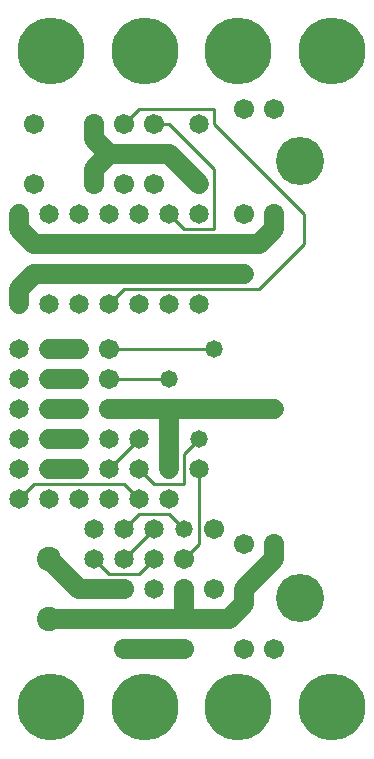
<source format=gbl>
%MOIN*%
%FSLAX25Y25*%
G04 D10 used for Character Trace; *
G04     Circle (OD=.01000) (No hole)*
G04 D11 used for Power Trace; *
G04     Circle (OD=.06700) (No hole)*
G04 D12 used for Signal Trace; *
G04     Circle (OD=.01100) (No hole)*
G04 D13 used for Via; *
G04     Circle (OD=.05800) (Round. Hole ID=.02800)*
G04 D14 used for Component hole; *
G04     Circle (OD=.06500) (Round. Hole ID=.03500)*
G04 D15 used for Component hole; *
G04     Circle (OD=.06700) (Round. Hole ID=.04300)*
G04 D16 used for Component hole; *
G04     Circle (OD=.08100) (Round. Hole ID=.05100)*
G04 D17 used for Component hole; *
G04     Circle (OD=.08900) (Round. Hole ID=.05900)*
G04 D18 used for Component hole; *
G04     Circle (OD=.11300) (Round. Hole ID=.08300)*
G04 D19 used for Component hole; *
G04     Circle (OD=.16000) (Round. Hole ID=.13000)*
G04 D20 used for Component hole; *
G04     Circle (OD=.18300) (Round. Hole ID=.15300)*
G04 D21 used for Component hole; *
G04     Circle (OD=.22291) (Round. Hole ID=.19291)*
%ADD10C,.01000*%
%ADD11C,.06700*%
%ADD12C,.01100*%
%ADD13C,.05800*%
%ADD14C,.06500*%
%ADD15C,.06700*%
%ADD16C,.08100*%
%ADD17C,.08900*%
%ADD18C,.11300*%
%ADD19C,.16000*%
%ADD20C,.18300*%
%ADD21C,.22291*%
%IPPOS*%
%LPD*%
G90*X0Y0D02*D21*X15625Y15625D03*D15*              
X40000Y35000D03*D11*X60000D01*D15*D03*            
X50000Y45000D03*D11*X30000D01*D14*D03*D11*        
X15000D01*D16*D03*D11*X25000Y55000D02*X30000D01*  
D14*D03*D11*X40000D01*D15*D03*D12*X35000Y60000D02*
X45000D01*X35000D02*X30000Y65000D01*D14*D03*      
X40000Y75000D03*D12*X45000Y80000D01*X55000D01*    
X60000Y75000D01*D13*D03*D12*Y65000D02*            
X65000Y70000D01*D15*X60000Y65000D03*D12*          
X65000Y70000D02*Y95000D01*D14*D03*D12*            
X60000Y90000D02*Y100000D01*X50000Y90000D02*       
X60000D01*X50000D02*X45000Y95000D01*D14*D03*D12*  
Y85000D02*X40000Y90000D01*D14*X45000Y85000D03*D12*
X10000Y90000D02*X40000D01*X5000Y85000D02*         
X10000Y90000D01*D14*X5000Y85000D03*               
X15000Y95000D03*D11*X25000D01*D14*D03*            
X35000Y85000D03*Y105000D03*X15000D03*D11*         
X25000D01*D14*D03*X35000Y95000D03*D12*            
X45000Y105000D01*D14*D03*X55000Y95000D03*D11*     
Y115000D01*X35000D01*D15*D03*D14*X25000Y125000D03*
D11*X15000D01*D14*D03*X25000Y115000D03*D11*       
X15000D01*D14*D03*X5000Y125000D03*Y105000D03*     
Y115000D03*D15*X35000Y135000D03*D12*X70000D01*D13*
D03*D14*X55000Y150000D03*X65000D03*D13*           
X55000Y125000D03*D12*X35000D01*D15*D03*D14*       
X25000Y135000D03*D11*X15000D01*D14*D03*X5000D03*  
X25000Y150000D03*X15000D03*X5000D03*D11*          
Y155000D01*X10000Y160000D01*X80000D01*D13*D03*D12*
X40000Y155000D02*X85000D01*X35000Y150000D02*      
X40000Y155000D01*D14*X35000Y150000D03*X45000D03*  
D12*X60000Y175000D02*X70000D01*Y195000D01*        
X55000Y210000D01*X50000D01*D15*D03*D12*X40000D02* 
X45000Y215000D01*D15*X40000Y210000D03*D12*        
X45000Y215000D02*X70000D01*Y210000D01*            
X100000Y180000D01*Y170000D01*X85000Y155000D01*D11*
X10000Y170000D02*X85000D01*X10000D02*             
X5000Y175000D01*Y180000D01*D14*D03*D15*           
X10000Y190000D03*D14*X15000Y180000D03*X25000D03*  
D11*X35000Y200000D02*X30000Y205000D01*Y195000D02* 
X35000Y200000D01*X30000Y190000D02*Y195000D01*D15* 
Y190000D03*D11*X35000Y200000D02*X55000D01*        
X65000Y190000D01*D14*D03*X55000Y180000D03*D12*    
X60000Y175000D01*D14*X65000Y180000D03*X45000D03*  
D15*X50000Y190000D03*X40000D03*X80000Y180000D03*  
D11*X85000Y170000D02*X90000Y175000D01*Y180000D01* 
D15*D03*D19*X98800Y197800D03*D14*X65000Y210000D03*
D15*X90000Y215000D03*X80000D03*D21*               
X109375Y234375D03*D14*X35000Y180000D03*D21*       
X78125Y234375D03*X46875D03*D15*X30000Y210000D03*  
D11*Y205000D01*D15*X10000Y210000D03*D21*          
X15625Y234375D03*D11*X55000Y115000D02*X90000D01*  
D13*D03*X65000Y105000D03*D12*X60000Y100000D01*D14*
X55000Y85000D03*X50000Y75000D03*D12*              
X40000Y65000D01*D14*D03*D12*X45000Y60000D02*      
X50000Y65000D01*D14*D03*D15*X60000Y55000D03*D11*  
Y45000D01*X50000D01*X60000D02*X75000D01*          
X80000Y50000D01*Y55000D01*X90000Y65000D01*        
Y70000D01*D15*D03*X80000D03*X70000Y75000D03*D19*  
X98800Y52200D03*D15*X70000Y55000D03*              
X80000Y35000D03*X90000D03*D14*X50000Y55000D03*D21*
X46875Y15625D03*X78125D03*X109375D03*D14*         
X30000Y75000D03*X25000Y85000D03*D11*Y55000D02*    
X15000Y65000D01*D16*D03*D14*Y85000D03*            
X5000Y95000D03*M02*                               

</source>
